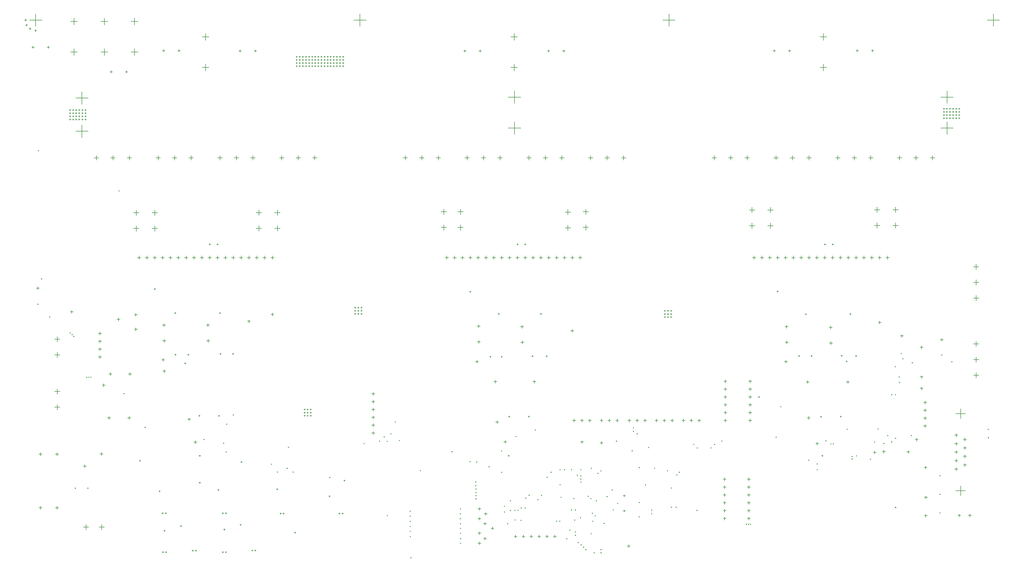
<source format=gbr>
%TF.GenerationSoftware,Altium Limited,Altium Designer,26.1.1 (7)*%
G04 Layer_Color=128*
%FSLAX43Y43*%
%MOMM*%
%TF.SameCoordinates,F910D8A4-5627-44EB-A571-6FFAAA827985*%
%TF.FilePolarity,Positive*%
%TF.FileFunction,Drillmap*%
%TF.Part,Single*%
G01*
G75*
%TA.AperFunction,NonConductor*%
%ADD141C,0.127*%
D141*
X187686Y37987D02*
X188636D01*
X188161Y37512D02*
Y38462D01*
X181396Y38279D02*
X182346D01*
X181871Y37804D02*
Y38754D01*
X165964Y57836D02*
X166914D01*
X166439Y57361D02*
Y58311D01*
X16225Y80466D02*
X17175D01*
X16700Y79991D02*
Y80941D01*
X123941Y130369D02*
X125391D01*
X124666Y129644D02*
Y131094D01*
X129275Y130369D02*
X130725D01*
X130000Y129644D02*
Y131094D01*
X134609Y130369D02*
X136059D01*
X135334Y129644D02*
Y131094D01*
X94609Y130369D02*
X96059D01*
X95334Y129644D02*
Y131094D01*
X89275Y130369D02*
X90725D01*
X90000Y129644D02*
Y131094D01*
X83941Y130369D02*
X85391D01*
X84666Y129644D02*
Y131094D01*
X25275Y65845D02*
X26275D01*
X25775Y65345D02*
Y66345D01*
X25275Y68385D02*
X26275D01*
X25775Y67885D02*
Y68885D01*
X25275Y70925D02*
X26275D01*
X25775Y70425D02*
Y71425D01*
X25275Y73465D02*
X26275D01*
X25775Y72965D02*
Y73965D01*
X227524Y13500D02*
X228524D01*
X228024Y13000D02*
Y14000D01*
X227524Y16040D02*
X228524D01*
X228024Y15540D02*
Y16540D01*
X227524Y18580D02*
X228524D01*
X228024Y18080D02*
Y19080D01*
X227524Y21120D02*
X228524D01*
X228024Y20620D02*
Y21620D01*
X227524Y23660D02*
X228524D01*
X228024Y23160D02*
Y24160D01*
X227524Y26200D02*
X228524D01*
X228024Y25700D02*
Y26700D01*
X302820Y22505D02*
X305990D01*
X304405Y20920D02*
Y24090D01*
X302820Y47495D02*
X305990D01*
X304405Y45910D02*
Y49080D01*
X302465Y34995D02*
X303505D01*
X302985Y34475D02*
Y35515D01*
X302465Y32255D02*
X303505D01*
X302985Y31735D02*
Y32775D01*
X302465Y29515D02*
X303505D01*
X302985Y28995D02*
Y30035D01*
X302465Y37735D02*
X303505D01*
X302985Y37215D02*
Y38255D01*
X302465Y40475D02*
X303505D01*
X302985Y39955D02*
Y40995D01*
X305305Y36365D02*
X306345D01*
X305825Y35845D02*
Y36885D01*
X305305Y33625D02*
X306345D01*
X305825Y33105D02*
Y34145D01*
X305305Y30885D02*
X306345D01*
X305825Y30365D02*
Y31405D01*
X305305Y39105D02*
X306345D01*
X305825Y38585D02*
Y39625D01*
X201757Y45225D02*
X202757D01*
X202257Y44725D02*
Y45725D01*
X199217Y45225D02*
X200217D01*
X199717Y44725D02*
Y45725D01*
X196677Y45225D02*
X197677D01*
X197177Y44725D02*
Y45725D01*
X214162Y45225D02*
X215162D01*
X214662Y44725D02*
Y45725D01*
X216702Y45225D02*
X217702D01*
X217202Y44725D02*
Y45725D01*
X219242Y45225D02*
X220242D01*
X219742Y44725D02*
Y45725D01*
X192741Y45287D02*
X193741D01*
X193241Y44787D02*
Y45787D01*
X190201Y45287D02*
X191201D01*
X190701Y44787D02*
Y45787D01*
X187661Y45287D02*
X188661D01*
X188161Y44787D02*
Y45787D01*
X205492Y45225D02*
X206492D01*
X205992Y44725D02*
Y45725D01*
X208032Y45225D02*
X209032D01*
X208532Y44725D02*
Y45725D01*
X210572Y45225D02*
X211572D01*
X211072Y44725D02*
Y45725D01*
X183911Y45237D02*
X184911D01*
X184411Y44737D02*
Y45737D01*
X181371Y45237D02*
X182371D01*
X181871Y44737D02*
Y45737D01*
X178831Y45237D02*
X179831D01*
X179331Y44737D02*
Y45737D01*
X235365Y26225D02*
X236365D01*
X235865Y25725D02*
Y26725D01*
X235365Y23685D02*
X236365D01*
X235865Y23185D02*
Y24185D01*
X235365Y21145D02*
X236365D01*
X235865Y20645D02*
Y21645D01*
X235365Y18605D02*
X236365D01*
X235865Y18105D02*
Y19105D01*
X235365Y16065D02*
X236365D01*
X235865Y15565D02*
Y16565D01*
X235365Y13525D02*
X236365D01*
X235865Y13025D02*
Y14025D01*
X148185Y13457D02*
X149135D01*
X148660Y12982D02*
Y13932D01*
X152396Y10317D02*
X153346D01*
X152871Y9842D02*
Y10792D01*
X113800Y53870D02*
X114800D01*
X114300Y53370D02*
Y54370D01*
X113800Y51330D02*
X114800D01*
X114300Y50830D02*
Y51830D01*
X113800Y48790D02*
X114800D01*
X114300Y48290D02*
Y49290D01*
X113800Y46250D02*
X114800D01*
X114300Y45750D02*
Y46750D01*
X113800Y43710D02*
X114800D01*
X114300Y43210D02*
Y44210D01*
X113800Y41170D02*
X114800D01*
X114300Y40670D02*
Y41670D01*
X195174Y15981D02*
X195874D01*
X195524Y15631D02*
Y16331D01*
X195174Y20861D02*
X195874D01*
X195524Y20511D02*
Y21211D01*
X3769Y166175D02*
X4531D01*
X4150Y165794D02*
Y166556D01*
X8719Y166175D02*
X9481D01*
X9100Y165794D02*
Y166556D01*
X29069Y158225D02*
X29831D01*
X29450Y157844D02*
Y158606D01*
X34019Y158225D02*
X34781D01*
X34400Y157844D02*
Y158606D01*
X26170Y174540D02*
X28330D01*
X27250Y173460D02*
Y175620D01*
X26170Y164634D02*
X28330D01*
X27250Y163555D02*
Y165714D01*
X148185Y5477D02*
X149135D01*
X148660Y5002D02*
Y5952D01*
X148185Y16602D02*
X149135D01*
X148660Y16127D02*
Y17077D01*
X148185Y8727D02*
X149135D01*
X148660Y8252D02*
Y9202D01*
X150208Y15002D02*
X151158D01*
X150683Y14527D02*
Y15477D01*
X150000Y7027D02*
X150950D01*
X150475Y6552D02*
Y7502D01*
X150000Y11827D02*
X150950D01*
X150475Y11352D02*
Y12302D01*
X306925Y14480D02*
X307875D01*
X307400Y14005D02*
Y14955D01*
X303530Y14480D02*
X304480D01*
X304005Y14005D02*
Y14955D01*
X25540Y10725D02*
X27240D01*
X26390Y9875D02*
Y11575D01*
X20460Y10725D02*
X22160D01*
X21310Y9875D02*
Y11575D01*
X31340Y78014D02*
X32290D01*
X31815Y77539D02*
Y78489D01*
X36971Y79505D02*
X37921D01*
X37446Y79030D02*
Y79980D01*
X6064Y16963D02*
X7064D01*
X6564Y16463D02*
Y17463D01*
X11398Y16963D02*
X12398D01*
X11898Y16463D02*
Y17463D01*
X11398Y34362D02*
X12398D01*
X11898Y33862D02*
Y34862D01*
X6064Y34362D02*
X7064D01*
X6564Y33862D02*
Y34862D01*
X20439Y30470D02*
X21389D01*
X20914Y29995D02*
Y30945D01*
X46064Y165059D02*
X46826D01*
X46445Y164678D02*
Y165440D01*
X51014Y165059D02*
X51776D01*
X51395Y164678D02*
Y165440D01*
X11150Y49539D02*
X12850D01*
X12000Y48689D02*
Y50389D01*
X11150Y54619D02*
X12850D01*
X12000Y53769D02*
Y55469D01*
X11150Y66539D02*
X12850D01*
X12000Y65689D02*
Y67389D01*
X11150Y71619D02*
X12850D01*
X12000Y70769D02*
Y72469D01*
X58251Y98029D02*
X59351D01*
X58801Y97479D02*
Y98579D01*
X37931Y98029D02*
X39031D01*
X38481Y97479D02*
Y98579D01*
X55711Y98029D02*
X56811D01*
X56261Y97479D02*
Y98579D01*
X48091Y98029D02*
X49191D01*
X48641Y97479D02*
Y98579D01*
X53171Y98029D02*
X54271D01*
X53721Y97479D02*
Y98579D01*
X45551Y98029D02*
X46651D01*
X46101Y97479D02*
Y98579D01*
X50631Y98029D02*
X51731D01*
X51181Y97479D02*
Y98579D01*
X43011Y98029D02*
X44111D01*
X43561Y97479D02*
Y98579D01*
X40471Y98029D02*
X41571D01*
X41021Y97479D02*
Y98579D01*
X60791Y98029D02*
X61891D01*
X61341Y97479D02*
Y98579D01*
X63331Y98029D02*
X64431D01*
X63881Y97479D02*
Y98579D01*
X65871Y98029D02*
X66971D01*
X66421Y97479D02*
Y98579D01*
X70951Y98029D02*
X72051D01*
X71501Y97479D02*
Y98579D01*
X81111Y98029D02*
X82211D01*
X81661Y97479D02*
Y98579D01*
X78571Y98029D02*
X79671D01*
X79121Y97479D02*
Y98579D01*
X68411Y98029D02*
X69511D01*
X68961Y97479D02*
Y98579D01*
X73491Y98029D02*
X74591D01*
X74041Y97479D02*
Y98579D01*
X76031Y98029D02*
X77131D01*
X76581Y97479D02*
Y98579D01*
X56236Y38232D02*
X57186D01*
X56711Y37757D02*
Y38707D01*
X54239Y45661D02*
X55189D01*
X54714Y45186D02*
Y46136D01*
X46123Y71070D02*
X47123D01*
X46623Y70570D02*
Y71570D01*
X46048Y76145D02*
X47048D01*
X46548Y75645D02*
Y76645D01*
X45777Y64911D02*
X46727D01*
X46252Y64436D02*
Y65386D01*
X73566Y77404D02*
X74516D01*
X74041Y76929D02*
Y77879D01*
X46179Y61250D02*
X47129D01*
X46654Y60775D02*
Y61725D01*
X60381Y71070D02*
X61381D01*
X60881Y70570D02*
Y71570D01*
X60306Y76145D02*
X61306D01*
X60806Y75645D02*
Y76645D01*
X81186Y79635D02*
X82136D01*
X81661Y79160D02*
Y80110D01*
X157844Y98010D02*
X158944D01*
X158394Y97460D02*
Y98560D01*
X137524Y98010D02*
X138624D01*
X138074Y97460D02*
Y98560D01*
X155304Y98010D02*
X156404D01*
X155854Y97460D02*
Y98560D01*
X147684Y98010D02*
X148784D01*
X148234Y97460D02*
Y98560D01*
X152764Y98010D02*
X153864D01*
X153314Y97460D02*
Y98560D01*
X145144Y98010D02*
X146244D01*
X145694Y97460D02*
Y98560D01*
X150224Y98010D02*
X151324D01*
X150774Y97460D02*
Y98560D01*
X142604Y98010D02*
X143704D01*
X143154Y97460D02*
Y98560D01*
X140064Y98010D02*
X141164D01*
X140614Y97460D02*
Y98560D01*
X160384Y98010D02*
X161484D01*
X160934Y97460D02*
Y98560D01*
X162924Y98010D02*
X164024D01*
X163474Y97460D02*
Y98560D01*
X165464Y98010D02*
X166564D01*
X166014Y97460D02*
Y98560D01*
X170544Y98010D02*
X171644D01*
X171094Y97460D02*
Y98560D01*
X180704Y98010D02*
X181804D01*
X181254Y97460D02*
Y98560D01*
X178164Y98010D02*
X179264D01*
X178714Y97460D02*
Y98560D01*
X168004Y98010D02*
X169104D01*
X168554Y97460D02*
Y98560D01*
X173084Y98010D02*
X174184D01*
X173634Y97460D02*
Y98560D01*
X175624Y98010D02*
X176724D01*
X176174Y97460D02*
Y98560D01*
X275142Y98010D02*
X276242D01*
X275692Y97460D02*
Y98560D01*
X272602Y98010D02*
X273702D01*
X273152Y97460D02*
Y98560D01*
X267522Y98010D02*
X268622D01*
X268072Y97460D02*
Y98560D01*
X277682Y98010D02*
X278782D01*
X278232Y97460D02*
Y98560D01*
X280222Y98010D02*
X281322D01*
X280772Y97460D02*
Y98560D01*
X270062Y98010D02*
X271162D01*
X270612Y97460D02*
Y98560D01*
X264982Y98010D02*
X266082D01*
X265532Y97460D02*
Y98560D01*
X262442Y98010D02*
X263542D01*
X262992Y97460D02*
Y98560D01*
X259902Y98010D02*
X261002D01*
X260452Y97460D02*
Y98560D01*
X239582Y98010D02*
X240682D01*
X240132Y97460D02*
Y98560D01*
X242122Y98010D02*
X243222D01*
X242672Y97460D02*
Y98560D01*
X249742Y98010D02*
X250842D01*
X250292Y97460D02*
Y98560D01*
X244662Y98010D02*
X245762D01*
X245212Y97460D02*
Y98560D01*
X252282Y98010D02*
X253382D01*
X252832Y97460D02*
Y98560D01*
X247202Y98010D02*
X248302D01*
X247752Y97460D02*
Y98560D01*
X254822Y98010D02*
X255922D01*
X255372Y97460D02*
Y98560D01*
X237042Y98010D02*
X238142D01*
X237592Y97460D02*
Y98560D01*
X257362Y98010D02*
X258462D01*
X257912Y97460D02*
Y98560D01*
X42673Y112544D02*
X44451D01*
X43562Y111655D02*
Y113433D01*
X42673Y107464D02*
X44451D01*
X43562Y106575D02*
Y108353D01*
X36673Y112544D02*
X38451D01*
X37562Y111655D02*
Y113433D01*
X36673Y107464D02*
X38451D01*
X37562Y106575D02*
Y108353D01*
X76388Y112592D02*
X78166D01*
X77277Y111703D02*
Y113481D01*
X76388Y107512D02*
X78166D01*
X77277Y106623D02*
Y108401D01*
X82388Y112592D02*
X84166D01*
X83277Y111703D02*
Y113481D01*
X82388Y107512D02*
X84166D01*
X83277Y106623D02*
Y108401D01*
X282491Y113506D02*
X284269D01*
X283380Y112617D02*
Y114395D01*
X282491Y108426D02*
X284269D01*
X283380Y107537D02*
Y109315D01*
X276491Y113506D02*
X278269D01*
X277380Y112617D02*
Y114395D01*
X276491Y108426D02*
X278269D01*
X277380Y107537D02*
Y109315D01*
X235999Y113430D02*
X237777D01*
X236888Y112541D02*
Y114319D01*
X235999Y108350D02*
X237777D01*
X236888Y107461D02*
Y109239D01*
X241999Y113430D02*
X243777D01*
X242888Y112541D02*
Y114319D01*
X241999Y108350D02*
X243777D01*
X242888Y107461D02*
Y109239D01*
X247385Y64326D02*
X248335D01*
X247860Y63851D02*
Y64801D01*
X261943Y70319D02*
X262943D01*
X262443Y69819D02*
Y70819D01*
X261868Y75394D02*
X262868D01*
X262368Y74894D02*
Y75894D01*
X247651Y70560D02*
X248651D01*
X248151Y70060D02*
Y71060D01*
X247576Y75635D02*
X248576D01*
X248076Y75135D02*
Y76135D01*
X267452Y57729D02*
X268402D01*
X267927Y57254D02*
Y58204D01*
X254396Y57729D02*
X255346D01*
X254871Y57254D02*
Y58204D01*
X257527Y37788D02*
X258477D01*
X258002Y37313D02*
Y38263D01*
X277757Y77032D02*
X278707D01*
X278232Y76557D02*
Y77507D01*
X254748Y46105D02*
X255698D01*
X255223Y45630D02*
Y46580D01*
X16346Y174540D02*
X18504D01*
X17425Y173460D02*
Y175620D01*
X16346Y164634D02*
X18504D01*
X17425Y163555D02*
Y165714D01*
X5249Y88112D02*
X6199D01*
X5724Y87637D02*
Y88587D01*
X75754Y164983D02*
X76516D01*
X76135Y164602D02*
Y165364D01*
X70804Y164983D02*
X71566D01*
X71185Y164602D02*
Y165364D01*
X58921Y159638D02*
X61079D01*
X60000Y158558D02*
Y160717D01*
X58921Y169544D02*
X61079D01*
X60000Y168464D02*
Y170623D01*
X35921Y164634D02*
X38079D01*
X37000Y163555D02*
Y165714D01*
X35921Y174540D02*
X38079D01*
X37000Y173460D02*
Y175620D01*
X158814Y159638D02*
X160973D01*
X159893Y158558D02*
Y160717D01*
X158814Y169544D02*
X160973D01*
X159893Y168464D02*
Y170623D01*
X258915Y159638D02*
X261074D01*
X259994Y158558D02*
Y160717D01*
X258915Y169544D02*
X261074D01*
X259994Y168464D02*
Y170623D01*
X148488Y165004D02*
X149250D01*
X148869Y164623D02*
Y165385D01*
X143538Y165004D02*
X144300D01*
X143919Y164623D02*
Y165385D01*
X248677Y165034D02*
X249439D01*
X249058Y164653D02*
Y165415D01*
X243727Y165034D02*
X244489D01*
X244108Y164653D02*
Y165415D01*
X275488Y165059D02*
X276250D01*
X275869Y164678D02*
Y165440D01*
X270538Y165059D02*
X271300D01*
X270919Y164678D02*
Y165440D01*
X175590Y165004D02*
X176352D01*
X175971Y164623D02*
Y165385D01*
X158000Y140004D02*
X162000D01*
X160000Y138004D02*
Y142004D01*
X158000Y150004D02*
X162000D01*
X160000Y148004D02*
Y152004D01*
X298000Y140004D02*
X302000D01*
X300000Y138004D02*
Y142004D01*
X298000Y150004D02*
X302000D01*
X300000Y148004D02*
Y152004D01*
X18000Y138976D02*
X22000D01*
X20000Y136976D02*
Y140976D01*
X18000Y149726D02*
X22000D01*
X20000Y147726D02*
Y151726D01*
X183941Y130369D02*
X185391D01*
X184666Y129644D02*
Y131094D01*
X189275Y130369D02*
X190725D01*
X190000Y129644D02*
Y131094D01*
X194609Y130369D02*
X196059D01*
X195334Y129644D02*
Y131094D01*
X163941Y130369D02*
X165391D01*
X164666Y129644D02*
Y131094D01*
X169275Y130369D02*
X170725D01*
X170000Y129644D02*
Y131094D01*
X174609Y130369D02*
X176059D01*
X175334Y129644D02*
Y131094D01*
X43941Y130369D02*
X45391D01*
X44666Y129644D02*
Y131094D01*
X49275Y130369D02*
X50725D01*
X50000Y129644D02*
Y131094D01*
X54609Y130369D02*
X56059D01*
X55334Y129644D02*
Y131094D01*
X23941Y130369D02*
X25391D01*
X24666Y129644D02*
Y131094D01*
X29275Y130369D02*
X30725D01*
X30000Y129644D02*
Y131094D01*
X34609Y130369D02*
X36059D01*
X35334Y129644D02*
Y131094D01*
X63941Y130369D02*
X65391D01*
X64666Y129644D02*
Y131094D01*
X69275Y130369D02*
X70725D01*
X70000Y129644D02*
Y131094D01*
X74609Y130369D02*
X76059D01*
X75334Y129644D02*
Y131094D01*
X283941Y130369D02*
X285391D01*
X284666Y129644D02*
Y131094D01*
X289275Y130369D02*
X290725D01*
X290000Y129644D02*
Y131094D01*
X294609Y130369D02*
X296059D01*
X295334Y129644D02*
Y131094D01*
X263941Y130369D02*
X265391D01*
X264666Y129644D02*
Y131094D01*
X269275Y130369D02*
X270725D01*
X270000Y129644D02*
Y131094D01*
X274609Y130369D02*
X276059D01*
X275334Y129644D02*
Y131094D01*
X143941Y130369D02*
X145391D01*
X144666Y129644D02*
Y131094D01*
X149275Y130369D02*
X150725D01*
X150000Y129644D02*
Y131094D01*
X154609Y130369D02*
X156059D01*
X155334Y129644D02*
Y131094D01*
X223941Y130369D02*
X225391D01*
X224666Y129644D02*
Y131094D01*
X229275Y130369D02*
X230725D01*
X230000Y129644D02*
Y131094D01*
X234609Y130369D02*
X236059D01*
X235334Y129644D02*
Y131094D01*
X243941Y130369D02*
X245391D01*
X244666Y129644D02*
Y131094D01*
X249275Y130369D02*
X250725D01*
X250000Y129644D02*
Y131094D01*
X254609Y130369D02*
X256059D01*
X255334Y129644D02*
Y131094D01*
X170640Y165004D02*
X171402D01*
X171021Y164623D02*
Y165385D01*
X308625Y59920D02*
X310325D01*
X309475Y59070D02*
Y60770D01*
X308625Y65000D02*
X310325D01*
X309475Y64150D02*
Y65850D01*
X308625Y70080D02*
X310325D01*
X309475Y69230D02*
Y70930D01*
X308625Y84920D02*
X310325D01*
X309475Y84070D02*
Y85770D01*
X308625Y90000D02*
X310325D01*
X309475Y89150D02*
Y90850D01*
X308625Y95080D02*
X310325D01*
X309475Y94230D02*
Y95930D01*
X36971Y74800D02*
X37921D01*
X37446Y74325D02*
Y75275D01*
X196500Y4550D02*
X197450D01*
X196975Y4075D02*
Y5025D01*
X292710Y20344D02*
X293660D01*
X293185Y19869D02*
Y20819D01*
X292597Y30054D02*
X293547D01*
X293072Y29579D02*
Y30529D01*
X287000Y35075D02*
X287950D01*
X287475Y34600D02*
Y35550D01*
X172580Y7700D02*
X173580D01*
X173080Y7200D02*
Y8200D01*
X170040Y7700D02*
X171040D01*
X170540Y7200D02*
Y8200D01*
X167500Y7700D02*
X168500D01*
X168000Y7200D02*
Y8200D01*
X164960Y7700D02*
X165960D01*
X165460Y7200D02*
Y8200D01*
X162420Y7700D02*
X163420D01*
X162920Y7200D02*
Y8200D01*
X159880Y7700D02*
X160880D01*
X160380Y7200D02*
Y8200D01*
X147381Y64321D02*
X148331D01*
X147856Y63846D02*
Y64796D01*
X156533Y38337D02*
X157483D01*
X157008Y37862D02*
Y38812D01*
X162028Y70566D02*
X163028D01*
X162528Y70066D02*
Y71066D01*
X161953Y75641D02*
X162953D01*
X162453Y75141D02*
Y76141D01*
X292461Y46038D02*
X293461D01*
X292961Y45538D02*
Y46538D01*
X292461Y48578D02*
X293461D01*
X292961Y48078D02*
Y49078D01*
X292461Y51118D02*
X293461D01*
X292961Y50618D02*
Y51618D01*
X292461Y43498D02*
X293461D01*
X292961Y42998D02*
Y43998D01*
X178239Y74317D02*
X179189D01*
X178714Y73842D02*
Y74792D01*
X153348Y57836D02*
X154298D01*
X153823Y57361D02*
Y58311D01*
X153899Y44728D02*
X154849D01*
X154374Y44253D02*
Y45203D01*
X227779Y57970D02*
X228779D01*
X228279Y57470D02*
Y58470D01*
X227779Y55430D02*
X228779D01*
X228279Y54930D02*
Y55930D01*
X227779Y52890D02*
X228779D01*
X228279Y52390D02*
Y53390D01*
X227779Y50350D02*
X228779D01*
X228279Y49850D02*
Y50850D01*
X227779Y47810D02*
X228779D01*
X228279Y47310D02*
Y48310D01*
X227779Y45270D02*
X228779D01*
X228279Y44770D02*
Y45770D01*
X35070Y60305D02*
X36020D01*
X35545Y59830D02*
Y60780D01*
X34818Y46105D02*
X35768D01*
X35293Y45630D02*
Y46580D01*
X28290Y46105D02*
X29240D01*
X28765Y45630D02*
Y46580D01*
X28710Y60305D02*
X29660D01*
X29185Y59830D02*
Y60780D01*
X26550Y56685D02*
X27500D01*
X27025Y56210D02*
Y57160D01*
X292660Y14410D02*
X293610D01*
X293135Y13935D02*
Y14885D01*
X291331Y55633D02*
X292281D01*
X291806Y55158D02*
Y56108D01*
X276134Y34900D02*
X277084D01*
X276609Y34425D02*
Y35375D01*
X289705Y39078D02*
X290655D01*
X290180Y38603D02*
Y39553D01*
X291331Y59367D02*
X292281D01*
X291806Y58892D02*
Y59842D01*
X297841Y71428D02*
X298791D01*
X298316Y70953D02*
Y71903D01*
X284921Y72651D02*
X285871D01*
X285396Y72176D02*
Y73126D01*
X291306Y68959D02*
X292256D01*
X291781Y68484D02*
Y69434D01*
X235779Y57960D02*
X236779D01*
X236279Y57460D02*
Y58460D01*
X235779Y55420D02*
X236779D01*
X236279Y54920D02*
Y55920D01*
X235779Y52880D02*
X236779D01*
X236279Y52380D02*
Y53380D01*
X235779Y50340D02*
X236779D01*
X236279Y49840D02*
Y50840D01*
X235779Y47800D02*
X236779D01*
X236279Y47300D02*
Y48300D01*
X235779Y45260D02*
X236779D01*
X236279Y44760D02*
Y45760D01*
X279080Y35172D02*
X280030D01*
X279555Y34697D02*
Y35647D01*
X147877Y75780D02*
X148877D01*
X148377Y75280D02*
Y76280D01*
X147952Y70705D02*
X148952D01*
X148452Y70205D02*
Y71205D01*
X182205Y107808D02*
X183983D01*
X183094Y106919D02*
Y108697D01*
X182205Y112888D02*
X183983D01*
X183094Y111999D02*
Y113777D01*
X176389Y107681D02*
X178167D01*
X177278Y106792D02*
Y108570D01*
X176389Y112761D02*
X178167D01*
X177278Y111872D02*
Y113650D01*
X141656Y107808D02*
X143434D01*
X142545Y106919D02*
Y108697D01*
X141656Y112888D02*
X143434D01*
X142545Y111999D02*
Y113777D01*
X136220Y107808D02*
X137998D01*
X137109Y106919D02*
Y108697D01*
X136220Y112888D02*
X137998D01*
X137109Y111999D02*
Y113777D01*
X5725Y132700D02*
X6025D01*
X5875Y132550D02*
Y132850D01*
X22066Y59275D02*
X22366D01*
X22216Y59125D02*
Y59425D01*
X21416Y59264D02*
X21716D01*
X21566Y59114D02*
Y59414D01*
X22716Y59275D02*
X23016D01*
X22866Y59125D02*
Y59425D01*
X126334Y775D02*
X126634D01*
X126484Y625D02*
Y925D01*
X182200Y4180D02*
X182500D01*
X182350Y4030D02*
Y4330D01*
X181450Y4970D02*
X181750D01*
X181600Y4820D02*
Y5120D01*
X185650Y2425D02*
X185950D01*
X185800Y2275D02*
Y2575D01*
X182955Y3450D02*
X183255D01*
X183105Y3300D02*
Y3600D01*
X187875Y2425D02*
X188175D01*
X188025Y2275D02*
Y2575D01*
X187875Y3450D02*
X188175D01*
X188025Y3300D02*
Y3600D01*
X184685Y8569D02*
X184985D01*
X184835Y8419D02*
Y8719D01*
X234949Y11630D02*
X235249D01*
X235099Y11480D02*
Y11780D01*
X235600Y11630D02*
X235900D01*
X235750Y11480D02*
Y11780D01*
X236250Y11630D02*
X236550D01*
X236400Y11480D02*
Y11780D01*
X31875Y119650D02*
X32175D01*
X32025Y119500D02*
Y119800D01*
X203257Y36515D02*
X203557D01*
X203407Y36365D02*
Y36665D01*
X1719Y173350D02*
X2431D01*
X2075Y172994D02*
Y173706D01*
X2844Y172200D02*
X3556D01*
X3200Y171844D02*
Y172556D01*
X1419Y175000D02*
X2131D01*
X1775Y174644D02*
Y175356D01*
X4644Y171600D02*
X5356D01*
X5000Y171244D02*
Y171956D01*
X129400Y29025D02*
X129700D01*
X129550Y28875D02*
Y29175D01*
X86254Y29775D02*
X86554D01*
X86404Y29625D02*
Y29925D01*
X83165Y28539D02*
X83465D01*
X83315Y28389D02*
Y28689D01*
X17193Y72509D02*
X17493D01*
X17343Y72359D02*
Y72659D01*
X16643Y73091D02*
X16943D01*
X16793Y72941D02*
Y73241D01*
X303726Y146272D02*
X304226D01*
X303976Y146022D02*
Y146522D01*
X302726Y146272D02*
X303226D01*
X302976Y146022D02*
Y146522D01*
X301726Y146272D02*
X302226D01*
X301976Y146022D02*
Y146522D01*
X301726Y145237D02*
X302226D01*
X301976Y144987D02*
Y145487D01*
X302726Y145237D02*
X303226D01*
X302976Y144987D02*
Y145487D01*
X303726Y145237D02*
X304226D01*
X303976Y144987D02*
Y145487D01*
X303726Y143205D02*
X304226D01*
X303976Y142955D02*
Y143455D01*
X302726Y143205D02*
X303226D01*
X302976Y142955D02*
Y143455D01*
X301726Y143205D02*
X302226D01*
X301976Y142955D02*
Y143455D01*
X301726Y144240D02*
X302226D01*
X301976Y143990D02*
Y144490D01*
X302726Y144240D02*
X303226D01*
X302976Y143990D02*
Y144490D01*
X303726Y144240D02*
X304226D01*
X303976Y143990D02*
Y144490D01*
X300743Y144242D02*
X301243D01*
X300993Y143992D02*
Y144492D01*
X299743Y144242D02*
X300243D01*
X299993Y143992D02*
Y144492D01*
X298743Y144242D02*
X299243D01*
X298993Y143992D02*
Y144492D01*
X298743Y143207D02*
X299243D01*
X298993Y142957D02*
Y143457D01*
X299743Y143207D02*
X300243D01*
X299993Y142957D02*
Y143457D01*
X300743Y143207D02*
X301243D01*
X300993Y142957D02*
Y143457D01*
X300743Y145239D02*
X301243D01*
X300993Y144989D02*
Y145489D01*
X299743Y145239D02*
X300243D01*
X299993Y144989D02*
Y145489D01*
X298743Y145239D02*
X299243D01*
X298993Y144989D02*
Y145489D01*
X298743Y146274D02*
X299243D01*
X298993Y146024D02*
Y146524D01*
X299743Y146274D02*
X300243D01*
X299993Y146024D02*
Y146524D01*
X300743Y146274D02*
X301243D01*
X300993Y146024D02*
Y146524D01*
X110225Y81811D02*
X110725D01*
X110475Y81561D02*
Y82061D01*
X109225Y81811D02*
X109725D01*
X109475Y81561D02*
Y82061D01*
X108225Y81811D02*
X108725D01*
X108475Y81561D02*
Y82061D01*
X108225Y80775D02*
X108725D01*
X108475Y80525D02*
Y81025D01*
X110225Y80775D02*
X110725D01*
X110475Y80525D02*
Y81025D01*
X108225Y79779D02*
X108725D01*
X108475Y79529D02*
Y80029D01*
X109225Y79779D02*
X109725D01*
X109475Y79529D02*
Y80029D01*
X109225Y80775D02*
X109725D01*
X109475Y80525D02*
Y81025D01*
X110225Y79779D02*
X110725D01*
X110475Y79529D02*
Y80029D01*
X93822Y46819D02*
X94322D01*
X94072Y46569D02*
Y47069D01*
X92822Y46819D02*
X93322D01*
X93072Y46569D02*
Y47069D01*
X91822Y46819D02*
X92322D01*
X92072Y46569D02*
Y47069D01*
X93822Y47816D02*
X94322D01*
X94072Y47566D02*
Y48066D01*
X92822Y47816D02*
X93322D01*
X93072Y47566D02*
Y48066D01*
X91822Y47816D02*
X92322D01*
X92072Y47566D02*
Y48066D01*
X91822Y48852D02*
X92322D01*
X92072Y48602D02*
Y49102D01*
X92822Y48852D02*
X93322D01*
X93072Y48602D02*
Y49102D01*
X93822Y48852D02*
X94322D01*
X94072Y48602D02*
Y49102D01*
X210472Y78744D02*
X210972D01*
X210722Y78494D02*
Y78994D01*
X209472Y78744D02*
X209972D01*
X209722Y78494D02*
Y78994D01*
X208472Y78744D02*
X208972D01*
X208722Y78494D02*
Y78994D01*
X210472Y79741D02*
X210972D01*
X210722Y79491D02*
Y79991D01*
X209472Y79741D02*
X209972D01*
X209722Y79491D02*
Y79991D01*
X208472Y79741D02*
X208972D01*
X208722Y79491D02*
Y79991D01*
X208472Y80776D02*
X208972D01*
X208722Y80526D02*
Y81026D01*
X209472Y80776D02*
X209972D01*
X209722Y80526D02*
Y81026D01*
X210472Y80776D02*
X210972D01*
X210722Y80526D02*
Y81026D01*
X88246Y28539D02*
X88546D01*
X88396Y28389D02*
Y28689D01*
X108000Y175000D02*
X112000D01*
X110000Y173000D02*
Y177000D01*
X208000Y175000D02*
X212000D01*
X210000Y173000D02*
Y177000D01*
X301454Y64312D02*
X301754D01*
X301604Y64162D02*
Y64462D01*
X16041Y73649D02*
X16341D01*
X16191Y73499D02*
Y73799D01*
X3000Y175004D02*
X7000D01*
X5000Y173004D02*
Y177004D01*
X81160Y31079D02*
X81460D01*
X81310Y30929D02*
Y31229D01*
X86717Y36579D02*
X87017D01*
X86867Y36429D02*
Y36729D01*
X111192Y37779D02*
X111492D01*
X111342Y37629D02*
Y37929D01*
X118650Y38509D02*
X118950D01*
X118800Y38359D02*
Y38659D01*
X139600Y35195D02*
X139900D01*
X139750Y35045D02*
Y35345D01*
X155675Y35400D02*
X155975D01*
X155825Y35250D02*
Y35550D01*
X197950Y35425D02*
X198250D01*
X198100Y35275D02*
Y35575D01*
X257852Y29278D02*
X258152D01*
X258002Y29128D02*
Y29428D01*
X257850Y31200D02*
X258150D01*
X258000Y31050D02*
Y31350D01*
X255125Y32375D02*
X255425D01*
X255275Y32225D02*
Y32525D01*
X173478Y12631D02*
X173778D01*
X173628Y12481D02*
Y12781D01*
X162000Y12915D02*
X162300D01*
X162150Y12765D02*
Y13065D01*
X174480Y12631D02*
X174780D01*
X174630Y12481D02*
Y12781D01*
X165585Y66050D02*
X166085D01*
X165835Y65800D02*
Y66300D01*
X170198Y66051D02*
X170698D01*
X170448Y65801D02*
Y66301D01*
X38550Y32200D02*
X39050D01*
X38800Y31950D02*
Y32450D01*
X6775Y91125D02*
X7075D01*
X6925Y90975D02*
Y91275D01*
X9398Y78817D02*
X9698D01*
X9548Y78667D02*
Y78967D01*
X71375Y31775D02*
X71875D01*
X71625Y31525D02*
Y32025D01*
X100095Y26800D02*
X100395D01*
X100245Y26650D02*
Y26950D01*
X205175Y29800D02*
X205475D01*
X205325Y29650D02*
Y29950D01*
X103123Y15134D02*
X103623D01*
X103373Y14884D02*
Y15384D01*
X65686Y37926D02*
X65986D01*
X65836Y37776D02*
Y38076D01*
X164575Y21025D02*
X164875D01*
X164725Y20875D02*
Y21175D01*
X151625Y30275D02*
X151925D01*
X151775Y30125D02*
Y30425D01*
X155725Y28450D02*
X156025D01*
X155875Y28300D02*
Y28600D01*
X122625Y38775D02*
X122925D01*
X122775Y38625D02*
Y38925D01*
X117700Y39975D02*
X118000D01*
X117850Y39825D02*
Y40125D01*
X119850Y40975D02*
X120150D01*
X120000Y40825D02*
Y41125D01*
X200250Y30000D02*
X200550D01*
X200400Y29850D02*
Y30150D01*
X200250Y18700D02*
X200550D01*
X200400Y18550D02*
Y18850D01*
X202245Y24357D02*
X202545D01*
X202395Y24207D02*
Y24507D01*
X212411Y27607D02*
X212711D01*
X212561Y27457D02*
Y27757D01*
X176025Y29299D02*
X176325D01*
X176175Y29149D02*
Y29449D01*
X82975Y23000D02*
X83475D01*
X83225Y22750D02*
Y23250D01*
X66555Y35068D02*
X66855D01*
X66705Y34918D02*
Y35218D01*
X145475Y31925D02*
X145775D01*
X145625Y31775D02*
Y32075D01*
X184600Y19975D02*
X184900D01*
X184750Y19825D02*
Y20125D01*
X183701Y20705D02*
X184001D01*
X183851Y20555D02*
Y20855D01*
X184750Y29800D02*
X185050D01*
X184900Y29650D02*
Y29950D01*
X180201Y27568D02*
X180501D01*
X180351Y27418D02*
Y27718D01*
X171725Y28500D02*
X172025D01*
X171875Y28350D02*
Y28650D01*
X181318Y29299D02*
X181618D01*
X181468Y29149D02*
Y29449D01*
X178300Y29300D02*
X178600D01*
X178450Y29150D02*
Y29450D01*
X174625Y29300D02*
X174925D01*
X174775Y29150D02*
Y29450D01*
X57900Y25139D02*
X58400D01*
X58150Y24889D02*
Y25389D01*
X118675Y14475D02*
X118975D01*
X118825Y14325D02*
Y14625D01*
X5574Y82922D02*
X5874D01*
X5724Y82772D02*
Y83072D01*
X313224Y42354D02*
X313524D01*
X313374Y42204D02*
Y42504D01*
X313274Y39677D02*
X313574D01*
X313424Y39527D02*
Y39827D01*
X297633Y15338D02*
X297934D01*
X297783Y15188D02*
Y15488D01*
X297608Y21338D02*
X297908D01*
X297758Y21188D02*
Y21488D01*
X297608Y27363D02*
X297908D01*
X297758Y27213D02*
Y27513D01*
X269175Y32800D02*
X269475D01*
X269325Y32650D02*
Y32950D01*
X263062Y37683D02*
X263362D01*
X263212Y37533D02*
Y37833D01*
X262262Y37683D02*
X262562D01*
X262412Y37533D02*
Y37833D01*
X260687Y38688D02*
X260987D01*
X260837Y38538D02*
Y38838D01*
X269174Y33600D02*
X269474D01*
X269324Y33450D02*
Y33750D01*
X25843Y34400D02*
X26843D01*
X26343Y33900D02*
Y34900D01*
X21744Y23338D02*
X22044D01*
X21894Y23188D02*
Y23488D01*
X46450Y9500D02*
X46950D01*
X46700Y9250D02*
Y9750D01*
X40300Y43075D02*
X40600D01*
X40450Y42925D02*
Y43225D01*
X238879Y52880D02*
X239379D01*
X239129Y52630D02*
Y53130D01*
X283100Y17100D02*
X283600D01*
X283350Y16850D02*
Y17350D01*
X246068Y49700D02*
X246368D01*
X246218Y49550D02*
Y49850D01*
X218950Y16150D02*
X219250D01*
X219100Y16000D02*
Y16300D01*
X270550Y33800D02*
X270850D01*
X270700Y33650D02*
Y33950D01*
X275075Y32700D02*
X275375D01*
X275225Y32550D02*
Y32850D01*
X281945Y38300D02*
X282245D01*
X282095Y38150D02*
Y38450D01*
X244550Y39850D02*
X244850D01*
X244700Y39700D02*
Y40000D01*
X223475Y36400D02*
X223775D01*
X223625Y36250D02*
Y36550D01*
X219000Y36375D02*
X219300D01*
X219150Y36225D02*
Y36525D01*
X224600Y37500D02*
X224900D01*
X224750Y37350D02*
Y37650D01*
X226950Y38600D02*
X227250D01*
X227100Y38450D02*
Y38750D01*
X204241Y15071D02*
X204541D01*
X204391Y14921D02*
Y15221D01*
X147399Y19850D02*
X147699D01*
X147549Y19700D02*
Y20000D01*
X217900Y37525D02*
X218200D01*
X218050Y37375D02*
Y37675D01*
X178301Y16288D02*
X178601D01*
X178451Y16138D02*
Y16438D01*
X179088Y19975D02*
X179388D01*
X179238Y19825D02*
Y20125D01*
X192875Y38575D02*
X193175D01*
X193025Y38425D02*
Y38725D01*
X158550Y19245D02*
X158850D01*
X158700Y19095D02*
Y19395D01*
X210625Y17125D02*
X210925D01*
X210775Y16975D02*
Y17275D01*
X212205Y17125D02*
X212505D01*
X212355Y16975D02*
Y17275D01*
X204241Y16199D02*
X204541D01*
X204391Y16049D02*
Y16349D01*
X210610Y23375D02*
X210910D01*
X210760Y23225D02*
Y23525D01*
X188880Y11881D02*
X189180D01*
X189030Y11731D02*
Y12031D01*
X104123Y15134D02*
X104623D01*
X104373Y14884D02*
Y15384D01*
X84023Y15084D02*
X84523D01*
X84273Y14834D02*
Y15334D01*
X85023Y15084D02*
X85523D01*
X85273Y14834D02*
Y15334D01*
X65373Y15209D02*
X65873D01*
X65623Y14959D02*
Y15459D01*
X66373Y15209D02*
X66873D01*
X66623Y14959D02*
Y15459D01*
X45884Y15189D02*
X46384D01*
X46134Y14939D02*
Y15439D01*
X46884Y15189D02*
X47384D01*
X47134Y14939D02*
Y15439D01*
X45948Y2584D02*
X46448D01*
X46198Y2334D02*
Y2834D01*
X46948Y2584D02*
X47448D01*
X47198Y2334D02*
Y2834D01*
X74873Y3134D02*
X75373D01*
X75123Y2884D02*
Y3384D01*
X75873Y3134D02*
X76373D01*
X76123Y2884D02*
Y3384D01*
X65323Y2584D02*
X65823D01*
X65573Y2334D02*
Y2834D01*
X66323Y2584D02*
X66823D01*
X66573Y2334D02*
Y2834D01*
X55598Y3109D02*
X56098D01*
X55848Y2859D02*
Y3359D01*
X56598Y3109D02*
X57098D01*
X56848Y2859D02*
Y3359D01*
X179591Y9132D02*
X179891D01*
X179741Y8982D02*
Y9282D01*
X179591Y8100D02*
X179891D01*
X179741Y7950D02*
Y8250D01*
X176800Y6925D02*
X177100D01*
X176950Y6775D02*
Y7075D01*
X177822Y9746D02*
X178122D01*
X177972Y9596D02*
Y9896D01*
X180471Y5700D02*
X180771D01*
X180621Y5550D02*
Y5850D01*
X186850Y28125D02*
X187150D01*
X187000Y27975D02*
Y28275D01*
X187827Y28947D02*
X188127D01*
X187977Y28797D02*
Y29097D01*
X198350Y42925D02*
X198650D01*
X198500Y42775D02*
Y43075D01*
X199567Y40952D02*
X199867D01*
X199717Y40802D02*
Y41102D01*
X198350Y41800D02*
X198650D01*
X198500Y41650D02*
Y41950D01*
X181318Y27327D02*
X181618D01*
X181468Y27177D02*
Y27477D01*
X209340Y28975D02*
X209640D01*
X209490Y28825D02*
Y29125D01*
X104743Y25769D02*
X105243D01*
X104993Y25519D02*
Y26019D01*
X63900Y22708D02*
X64400D01*
X64150Y22458D02*
Y22958D01*
X116200Y38550D02*
X116500D01*
X116350Y38400D02*
Y38700D01*
X121275Y44800D02*
X121575D01*
X121425Y44650D02*
Y44950D01*
X147332Y25375D02*
X147632D01*
X147482Y25225D02*
Y25525D01*
X170425Y26850D02*
X170725D01*
X170575Y26700D02*
Y27000D01*
X168575Y21000D02*
X168875D01*
X168725Y20850D02*
Y21150D01*
X167450Y19625D02*
X167750D01*
X167600Y19475D02*
Y19775D01*
X259407Y33818D02*
X259907D01*
X259657Y33568D02*
Y34068D01*
X157925Y33825D02*
X158425D01*
X158175Y33575D02*
Y34075D01*
X160300Y40061D02*
X160600D01*
X160450Y39911D02*
Y40211D01*
X213175Y28475D02*
X213475D01*
X213325Y28325D02*
Y28625D01*
X174625Y24450D02*
X174925D01*
X174775Y24300D02*
Y24600D01*
X147332Y24132D02*
X147632D01*
X147482Y23982D02*
Y24282D01*
X163525Y20100D02*
X163825D01*
X163675Y19950D02*
Y20250D01*
X147366Y23066D02*
X147666D01*
X147516Y22916D02*
Y23216D01*
X147399Y21921D02*
X147699D01*
X147549Y21771D02*
Y22071D01*
X200250Y14050D02*
X200550D01*
X200400Y13900D02*
Y14200D01*
X163325Y16925D02*
X163625D01*
X163475Y16775D02*
Y17075D01*
X162050Y16925D02*
X162350D01*
X162200Y16775D02*
Y17075D01*
X147400Y20900D02*
X147700D01*
X147550Y20750D02*
Y21050D01*
X156606Y17450D02*
X156906D01*
X156756Y17300D02*
Y17600D01*
X156606Y15631D02*
X156906D01*
X156756Y15481D02*
Y15781D01*
X161001Y16157D02*
X161301D01*
X161151Y16007D02*
Y16307D01*
X159975Y16150D02*
X160275D01*
X160125Y16000D02*
Y16300D01*
X158550Y16125D02*
X158850D01*
X158700Y15975D02*
Y16275D01*
X160075Y13050D02*
X160375D01*
X160225Y12900D02*
Y13200D01*
X157675Y11825D02*
X157975D01*
X157825Y11675D02*
Y11975D01*
X179357Y12980D02*
X179657D01*
X179507Y12830D02*
Y13130D01*
X179591Y16288D02*
X179891D01*
X179741Y16138D02*
Y16438D01*
X181225Y13742D02*
X181525D01*
X181375Y13592D02*
Y13892D01*
X181318Y25298D02*
X181618D01*
X181468Y25148D02*
Y25448D01*
X181318Y26278D02*
X181618D01*
X181468Y26128D02*
Y26428D01*
X185201Y12631D02*
X185501D01*
X185351Y12481D02*
Y12781D01*
X185974Y14375D02*
X186274D01*
X186124Y14225D02*
Y14525D01*
X186352Y19238D02*
X186652D01*
X186502Y19088D02*
Y19388D01*
X185045Y15203D02*
X185345D01*
X185195Y15053D02*
Y15353D01*
X189808Y20608D02*
X190108D01*
X189958Y20458D02*
Y20758D01*
X191484Y22717D02*
X191784D01*
X191634Y22567D02*
Y22867D01*
X191814Y16332D02*
X192114D01*
X191964Y16182D02*
Y16482D01*
X193264Y18386D02*
X193564D01*
X193414Y18236D02*
Y18536D01*
X174950Y20400D02*
X175250D01*
X175100Y20250D02*
Y20550D01*
X17880Y145875D02*
X18380D01*
X18130Y145625D02*
Y146125D01*
X16880Y145875D02*
X17380D01*
X17130Y145625D02*
Y146125D01*
X15880Y145875D02*
X16380D01*
X16130Y145625D02*
Y146125D01*
X15880Y144839D02*
X16380D01*
X16130Y144589D02*
Y145089D01*
X16880Y144839D02*
X17380D01*
X17130Y144589D02*
Y145089D01*
X17880Y144839D02*
X18380D01*
X18130Y144589D02*
Y145089D01*
X17880Y142807D02*
X18380D01*
X18130Y142557D02*
Y143057D01*
X16880Y142807D02*
X17380D01*
X17130Y142557D02*
Y143057D01*
X15880Y142807D02*
X16380D01*
X16130Y142557D02*
Y143057D01*
X15880Y143843D02*
X16380D01*
X16130Y143593D02*
Y144093D01*
X16880Y143843D02*
X17380D01*
X17130Y143593D02*
Y144093D01*
X17880Y143843D02*
X18380D01*
X18130Y143593D02*
Y144093D01*
X20863Y143841D02*
X21363D01*
X21113Y143591D02*
Y144091D01*
X19863Y143841D02*
X20363D01*
X20113Y143591D02*
Y144091D01*
X18863Y143841D02*
X19363D01*
X19113Y143591D02*
Y144091D01*
X18863Y142805D02*
X19363D01*
X19113Y142555D02*
Y143055D01*
X19863Y142805D02*
X20363D01*
X20113Y142555D02*
Y143055D01*
X20863Y142805D02*
X21363D01*
X21113Y142555D02*
Y143055D01*
X20863Y144837D02*
X21363D01*
X21113Y144587D02*
Y145087D01*
X19863Y144837D02*
X20363D01*
X20113Y144587D02*
Y145087D01*
X18863Y144837D02*
X19363D01*
X19113Y144587D02*
Y145087D01*
X18863Y145873D02*
X19363D01*
X19113Y145623D02*
Y146123D01*
X19863Y145873D02*
X20363D01*
X20113Y145623D02*
Y146123D01*
X20863Y145873D02*
X21363D01*
X21113Y145623D02*
Y146123D01*
X313000Y175000D02*
X317000D01*
X315000Y173000D02*
Y177000D01*
X147625Y31775D02*
X147925D01*
X147775Y31625D02*
Y31925D01*
X142371Y16602D02*
X142671D01*
X142521Y16452D02*
Y16752D01*
X142336Y15002D02*
X142636D01*
X142486Y14852D02*
Y15152D01*
X142336Y13457D02*
X142636D01*
X142486Y13307D02*
Y13607D01*
X126101Y14267D02*
X126401D01*
X126251Y14117D02*
Y14417D01*
X126101Y12577D02*
X126401D01*
X126251Y12427D02*
Y12727D01*
X126101Y15886D02*
X126401D01*
X126251Y15736D02*
Y16036D01*
X126101Y10932D02*
X126401D01*
X126251Y10782D02*
Y11082D01*
X126117Y7622D02*
X126417D01*
X126267Y7472D02*
Y7772D01*
X126101Y9322D02*
X126401D01*
X126251Y9172D02*
Y9472D01*
X142371Y5512D02*
X142671D01*
X142521Y5362D02*
Y5662D01*
X142371Y11827D02*
X142671D01*
X142521Y11677D02*
Y11977D01*
X142371Y10317D02*
X142671D01*
X142521Y10167D02*
Y10467D01*
X142406Y7008D02*
X142706D01*
X142556Y6858D02*
Y7157D01*
X142371Y8727D02*
X142671D01*
X142521Y8577D02*
Y8877D01*
X288626Y63982D02*
X288926D01*
X288776Y63832D02*
Y64132D01*
X285581Y65272D02*
X285881D01*
X285731Y65122D02*
Y65422D01*
X285026Y66982D02*
X285326D01*
X285176Y66832D02*
Y67132D01*
X88725Y8960D02*
X89225D01*
X88975Y8710D02*
Y9210D01*
X99900Y20675D02*
X100400D01*
X100150Y20425D02*
Y20925D01*
X57900Y33825D02*
X58400D01*
X58150Y33575D02*
Y34075D01*
X51810Y11050D02*
X52310D01*
X52060Y10800D02*
Y11300D01*
X44900Y22300D02*
X45400D01*
X45150Y22050D02*
Y22550D01*
X71100Y11433D02*
X71600D01*
X71350Y11183D02*
Y11683D01*
X65805Y9910D02*
X66345D01*
X66075Y9640D02*
Y10180D01*
X17710Y23338D02*
X18010D01*
X17860Y23188D02*
Y23488D01*
X262762Y102305D02*
X263262D01*
X263012Y102055D02*
Y102555D01*
X260222Y102313D02*
X260722D01*
X260472Y102063D02*
Y102563D01*
X163224Y102321D02*
X163724D01*
X163474Y102071D02*
Y102571D01*
X160735Y102347D02*
X161235D01*
X160985Y102097D02*
Y102597D01*
X61091Y102321D02*
X61591D01*
X61341Y102071D02*
Y102571D01*
X63631Y102321D02*
X64131D01*
X63881Y102071D02*
Y102571D01*
X244911Y87081D02*
X245411D01*
X245161Y86831D02*
Y87331D01*
X145444Y86980D02*
X145944D01*
X145694Y86730D02*
Y87230D01*
X43336Y87818D02*
X43836D01*
X43586Y87568D02*
Y88068D01*
X68850Y47075D02*
X69150D01*
X69000Y46925D02*
Y47225D01*
X57754Y46789D02*
X58254D01*
X58004Y46539D02*
Y47039D01*
X64079Y46739D02*
X64579D01*
X64329Y46489D02*
Y46989D01*
X66684Y44064D02*
X66984D01*
X66834Y43914D02*
Y44214D01*
X59354Y39114D02*
X59654D01*
X59504Y38964D02*
Y39264D01*
X49946Y80061D02*
X50446D01*
X50196Y79811D02*
Y80311D01*
X50036Y66561D02*
X50536D01*
X50286Y66311D02*
Y66811D01*
X53166Y63774D02*
X53666D01*
X53416Y63524D02*
Y64024D01*
X64586Y66811D02*
X65086D01*
X64836Y66561D02*
Y67061D01*
X68626Y66851D02*
X69126D01*
X68876Y66601D02*
Y67101D01*
X54156Y66571D02*
X54656D01*
X54406Y66321D02*
Y66821D01*
X64436Y80095D02*
X64936D01*
X64686Y79845D02*
Y80345D01*
X268498Y79690D02*
X268998D01*
X268748Y79440D02*
Y79940D01*
X270314Y66204D02*
X270814D01*
X270564Y65954D02*
Y66454D01*
X267239Y64354D02*
X267739D01*
X267489Y64104D02*
Y64604D01*
X265688Y66220D02*
X266188D01*
X265938Y65970D02*
Y66470D01*
X254087Y79674D02*
X254587D01*
X254337Y79424D02*
Y79924D01*
X255937Y66184D02*
X256437D01*
X256187Y65934D02*
Y66434D01*
X251877Y66204D02*
X252377D01*
X252127Y65954D02*
Y66454D01*
X267573Y42432D02*
X267873D01*
X267723Y42282D02*
Y42582D01*
X265372Y46535D02*
X265872D01*
X265622Y46285D02*
Y46785D01*
X258971Y46479D02*
X259471D01*
X259221Y46229D02*
Y46729D01*
X155643Y65931D02*
X156143D01*
X155893Y65681D02*
Y66181D01*
X151943Y65931D02*
X152443D01*
X152193Y65681D02*
Y66181D01*
X104264Y161066D02*
X104764D01*
X104514Y160816D02*
Y161316D01*
X103264Y161066D02*
X103764D01*
X103514Y160816D02*
Y161316D01*
X102264Y161066D02*
X102764D01*
X102514Y160816D02*
Y161316D01*
X101264Y161066D02*
X101764D01*
X101514Y160816D02*
Y161316D01*
X100264Y161066D02*
X100764D01*
X100514Y160816D02*
Y161316D01*
X99264Y161066D02*
X99764D01*
X99514Y160816D02*
Y161316D01*
X98264Y161066D02*
X98764D01*
X98514Y160816D02*
Y161316D01*
X97264Y161066D02*
X97764D01*
X97514Y160816D02*
Y161316D01*
X97264Y160030D02*
X97764D01*
X97514Y159780D02*
Y160280D01*
X98264Y160030D02*
X98764D01*
X98514Y159780D02*
Y160280D01*
X99264Y160030D02*
X99764D01*
X99514Y159780D02*
Y160280D01*
X100264Y160030D02*
X100764D01*
X100514Y159780D02*
Y160280D01*
X101264Y160030D02*
X101764D01*
X101514Y159780D02*
Y160280D01*
X102264Y160030D02*
X102764D01*
X102514Y159780D02*
Y160280D01*
X103264Y160030D02*
X103764D01*
X103514Y159780D02*
Y160280D01*
X104264Y160030D02*
X104764D01*
X104514Y159780D02*
Y160280D01*
X104264Y162062D02*
X104764D01*
X104514Y161812D02*
Y162312D01*
X103264Y162062D02*
X103764D01*
X103514Y161812D02*
Y162312D01*
X102264Y162062D02*
X102764D01*
X102514Y161812D02*
Y162312D01*
X101264Y162062D02*
X101764D01*
X101514Y161812D02*
Y162312D01*
X100264Y162062D02*
X100764D01*
X100514Y161812D02*
Y162312D01*
X99264Y162062D02*
X99764D01*
X99514Y161812D02*
Y162312D01*
X98264Y162062D02*
X98764D01*
X98514Y161812D02*
Y162312D01*
X97264Y162062D02*
X97764D01*
X97514Y161812D02*
Y162312D01*
X97264Y163098D02*
X97764D01*
X97514Y162848D02*
Y163348D01*
X98264Y163098D02*
X98764D01*
X98514Y162848D02*
Y163348D01*
X99264Y163098D02*
X99764D01*
X99514Y162848D02*
Y163348D01*
X100264Y163098D02*
X100764D01*
X100514Y162848D02*
Y163348D01*
X101264Y163098D02*
X101764D01*
X101514Y162848D02*
Y163348D01*
X102264Y163098D02*
X102764D01*
X102514Y162848D02*
Y163348D01*
X103264Y163098D02*
X103764D01*
X103514Y162848D02*
Y163348D01*
X104264Y163098D02*
X104764D01*
X104514Y162848D02*
Y163348D01*
X96263Y163098D02*
X96763D01*
X96513Y162848D02*
Y163348D01*
X95263Y163098D02*
X95763D01*
X95513Y162848D02*
Y163348D01*
X94263Y163098D02*
X94763D01*
X94513Y162848D02*
Y163348D01*
X93263Y163098D02*
X93763D01*
X93513Y162848D02*
Y163348D01*
X92263Y163098D02*
X92763D01*
X92513Y162848D02*
Y163348D01*
X91263Y163098D02*
X91763D01*
X91513Y162848D02*
Y163348D01*
X90263Y163098D02*
X90763D01*
X90513Y162848D02*
Y163348D01*
X89263Y163098D02*
X89763D01*
X89513Y162848D02*
Y163348D01*
X89263Y162062D02*
X89763D01*
X89513Y161812D02*
Y162312D01*
X90263Y162062D02*
X90763D01*
X90513Y161812D02*
Y162312D01*
X91263Y162062D02*
X91763D01*
X91513Y161812D02*
Y162312D01*
X92263Y162062D02*
X92763D01*
X92513Y161812D02*
Y162312D01*
X93263Y162062D02*
X93763D01*
X93513Y161812D02*
Y162312D01*
X94263Y162062D02*
X94763D01*
X94513Y161812D02*
Y162312D01*
X95263Y162062D02*
X95763D01*
X95513Y161812D02*
Y162312D01*
X96263Y162062D02*
X96763D01*
X96513Y161812D02*
Y162312D01*
X96263Y160030D02*
X96763D01*
X96513Y159780D02*
Y160280D01*
X95263Y160030D02*
X95763D01*
X95513Y159780D02*
Y160280D01*
X94263Y160030D02*
X94763D01*
X94513Y159780D02*
Y160280D01*
X93263Y160030D02*
X93763D01*
X93513Y159780D02*
Y160280D01*
X92263Y160030D02*
X92763D01*
X92513Y159780D02*
Y160280D01*
X91263Y160030D02*
X91763D01*
X91513Y159780D02*
Y160280D01*
X90263Y160030D02*
X90763D01*
X90513Y159780D02*
Y160280D01*
X89263Y160030D02*
X89763D01*
X89513Y159780D02*
Y160280D01*
X89263Y161066D02*
X89763D01*
X89513Y160816D02*
Y161316D01*
X90263Y161066D02*
X90763D01*
X90513Y160816D02*
Y161316D01*
X91263Y161066D02*
X91763D01*
X91513Y160816D02*
Y161316D01*
X92263Y161066D02*
X92763D01*
X92513Y160816D02*
Y161316D01*
X93263Y161066D02*
X93763D01*
X93513Y160816D02*
Y161316D01*
X94263Y161066D02*
X94763D01*
X94513Y160816D02*
Y161316D01*
X95263Y161066D02*
X95763D01*
X95513Y160816D02*
Y161316D01*
X96263Y161066D02*
X96763D01*
X96513Y160816D02*
Y161316D01*
X166610Y42170D02*
X166910D01*
X166760Y42020D02*
Y42320D01*
X281946Y53600D02*
X282246D01*
X282096Y53450D02*
Y53750D01*
X283153Y62712D02*
X283453D01*
X283303Y62562D02*
Y62862D01*
X284486Y57597D02*
X284786D01*
X284636Y57447D02*
Y57747D01*
X283158Y53600D02*
X283458D01*
X283308Y53450D02*
Y53750D01*
X284408Y59367D02*
X284708D01*
X284558Y59217D02*
Y59517D01*
X158066Y46496D02*
X158566D01*
X158316Y46246D02*
Y46746D01*
X164378Y46525D02*
X164878D01*
X164628Y46275D02*
Y46775D01*
X33415Y53975D02*
X33715D01*
X33565Y53825D02*
Y54125D01*
X298166Y66522D02*
X298466D01*
X298316Y66372D02*
Y66672D01*
X288296Y40368D02*
X288596D01*
X288446Y40218D02*
Y40518D01*
X280676Y40368D02*
X280976D01*
X280826Y40218D02*
Y40518D01*
X277501Y42508D02*
X277801D01*
X277651Y42358D02*
Y42658D01*
X279405Y37808D02*
X279705D01*
X279555Y37658D02*
Y37958D01*
X276391Y38261D02*
X276691D01*
X276541Y38111D02*
Y38411D01*
X283216Y39478D02*
X283516D01*
X283366Y39328D02*
Y39628D01*
X154703Y79806D02*
X155203D01*
X154953Y79556D02*
Y80056D01*
X168323Y79806D02*
X168823D01*
X168573Y79556D02*
Y80056D01*
%TF.MD5,078c9602f48e8743e918eba016af2ee9*%
M02*

</source>
